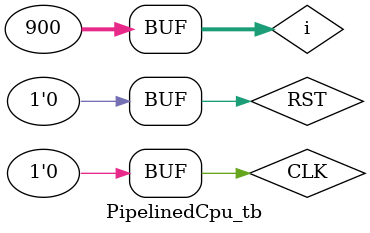
<source format=v>
module PipelinedCpu_tb ();

reg CLK;
wire [31:0] OUT;
reg RST;
integer i;
PipelinedCpu PipelinedCpu1 (.CLK(CLK), .RST(RST), .OUT(OUT));

initial begin
    RST = 1;
    CLK = 0;
    #10;
    CLK = 1;
    #10;
    RST = 0;
    CLK = 0;
    #10;
    for(i=0; i<900; i=i+1) begin
        // $display("#############CLK#############");
        CLK = 1;
        #10;
        CLK = 0;
        #10;
    end


end


// always begin
//     #6 CLK=0;
//     #4 CLK=1;
// end

    
endmodule
</source>
